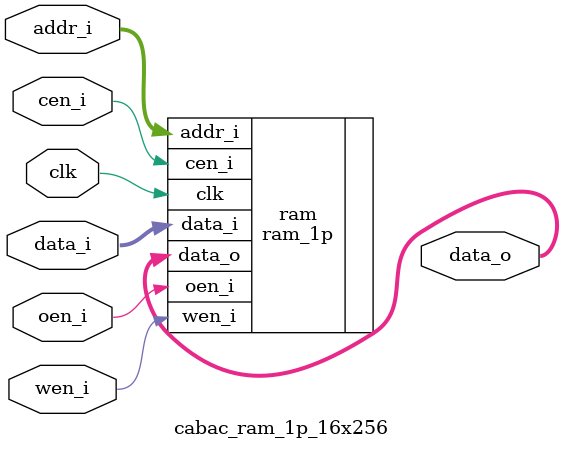
<source format=v>

`include "enc_defines.v"

module cabac_ram_1p_16x256 (
  clk    ,
  cen_i  ,
  oen_i  ,
  wen_i  ,
  addr_i ,
  data_i ,
  data_o
);

//*** PARAMETER DECLARATION ****************************************************

  localparam Word_Width = 16 ;
  localparam Addr_Width = 8  ;


//*** INPUT/OUTPUT DECLARATION *************************************************

  input                     clk    ;
  input                     cen_i  ;
  input                     oen_i  ;
  input                     wen_i  ;
  input   [Addr_Width-1:0]  addr_i ;
  input   [Word_Width-1:0]  data_i ;
  output  [Word_Width-1:0]  data_o ;


//*** MAIN BODY ****************************************************************

  ram_1p #(
    .Addr_Width    ( Addr_Width    ),
    .Word_Width    ( Word_Width    )
  ) ram (                          
    .clk           ( clk           ),
    .cen_i         ( cen_i         ),
    .oen_i         ( oen_i         ),
    .wen_i         ( wen_i         ),
    .addr_i        ( addr_i        ),
    .data_i        ( data_i        ),
    .data_o        ( data_o        )
    );


endmodule

</source>
